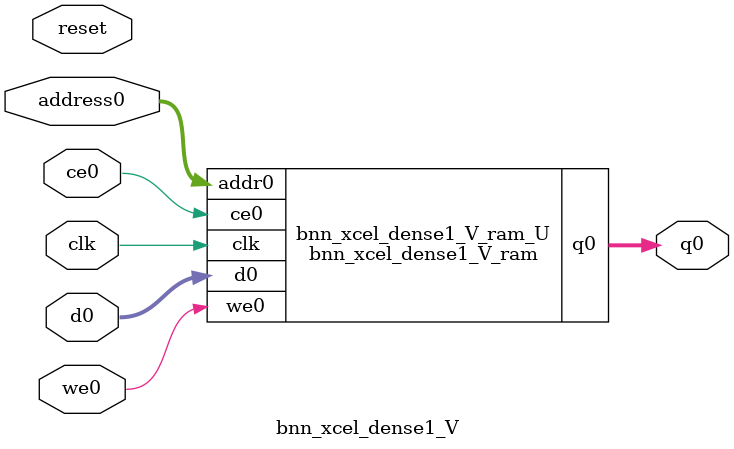
<source format=v>
`timescale 1 ns / 1 ps
module bnn_xcel_dense1_V_ram (addr0, ce0, d0, we0, q0,  clk);

parameter DWIDTH = 11;
parameter AWIDTH = 8;
parameter MEM_SIZE = 256;

input[AWIDTH-1:0] addr0;
input ce0;
input[DWIDTH-1:0] d0;
input we0;
output reg[DWIDTH-1:0] q0;
input clk;

(* ram_style = "block" *)reg [DWIDTH-1:0] ram[0:MEM_SIZE-1];




always @(posedge clk)  
begin 
    if (ce0) begin
        if (we0) 
            ram[addr0] <= d0; 
        q0 <= ram[addr0];
    end
end


endmodule

`timescale 1 ns / 1 ps
module bnn_xcel_dense1_V(
    reset,
    clk,
    address0,
    ce0,
    we0,
    d0,
    q0);

parameter DataWidth = 32'd11;
parameter AddressRange = 32'd256;
parameter AddressWidth = 32'd8;
input reset;
input clk;
input[AddressWidth - 1:0] address0;
input ce0;
input we0;
input[DataWidth - 1:0] d0;
output[DataWidth - 1:0] q0;



bnn_xcel_dense1_V_ram bnn_xcel_dense1_V_ram_U(
    .clk( clk ),
    .addr0( address0 ),
    .ce0( ce0 ),
    .we0( we0 ),
    .d0( d0 ),
    .q0( q0 ));

endmodule


</source>
